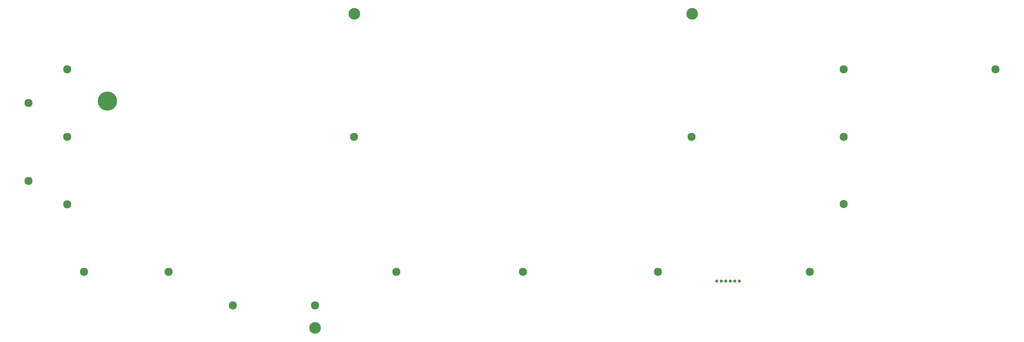
<source format=gts>
%TF.GenerationSoftware,KiCad,Pcbnew,(5.1.10-1-10_14)*%
%TF.CreationDate,2021-05-27T15:54:42+09:00*%
%TF.ProjectId,keyplate,6b657970-6c61-4746-952e-6b696361645f,rev?*%
%TF.SameCoordinates,Original*%
%TF.FileFunction,Soldermask,Top*%
%TF.FilePolarity,Negative*%
%FSLAX46Y46*%
G04 Gerber Fmt 4.6, Leading zero omitted, Abs format (unit mm)*
G04 Created by KiCad (PCBNEW (5.1.10-1-10_14)) date 2021-05-27 15:54:42*
%MOMM*%
%LPD*%
G01*
G04 APERTURE LIST*
%ADD10C,3.300000*%
%ADD11C,0.887400*%
%ADD12C,2.300000*%
%ADD13C,5.400000*%
G04 APERTURE END LIST*
D10*
%TO.C,REF\u002A\u002A*%
X124250000Y-92450000D03*
%TD*%
%TO.C,REF\u002A\u002A*%
X230650000Y-3800000D03*
%TD*%
%TO.C,REF\u002A\u002A*%
X135350000Y-3800000D03*
%TD*%
D11*
%TO.C,REF\u002A\u002A*%
X243965000Y-79175000D03*
X242715000Y-79175000D03*
X241445000Y-79175000D03*
X237635000Y-79175000D03*
X238905000Y-79175000D03*
X240175000Y-79175000D03*
%TD*%
D12*
%TO.C,REF\u002A\u002A*%
X147180000Y-76570000D03*
%TD*%
%TO.C,REF\u002A\u002A*%
X43380000Y-50920000D03*
%TD*%
%TO.C,REF\u002A\u002A*%
X135280000Y-38470000D03*
%TD*%
%TO.C,REF\u002A\u002A*%
X54300000Y-19420000D03*
%TD*%
%TO.C,REF\u002A\u002A*%
X43380000Y-28950000D03*
%TD*%
%TO.C,REF\u002A\u002A*%
X54300000Y-38480000D03*
%TD*%
%TO.C,REF\u002A\u002A*%
X54300000Y-57510000D03*
%TD*%
%TO.C,REF\u002A\u002A*%
X59070000Y-76560000D03*
%TD*%
%TO.C,REF\u002A\u002A*%
X82890000Y-76560000D03*
%TD*%
%TO.C,REF\u002A\u002A*%
X101030000Y-86080000D03*
%TD*%
%TO.C,REF\u002A\u002A*%
X124230000Y-86080000D03*
%TD*%
%TO.C,REF\u002A\u002A*%
X230520000Y-38470000D03*
%TD*%
%TO.C,REF\u002A\u002A*%
X182900000Y-76570000D03*
%TD*%
%TO.C,REF\u002A\u002A*%
X221010000Y-76570000D03*
%TD*%
%TO.C,REF\u002A\u002A*%
X263860000Y-76560000D03*
%TD*%
%TO.C,REF\u002A\u002A*%
X273390000Y-57490000D03*
%TD*%
%TO.C,REF\u002A\u002A*%
X273400000Y-38475000D03*
%TD*%
%TO.C,REF\u002A\u002A*%
X273400000Y-19425000D03*
%TD*%
%TO.C,REF\u002A\u002A*%
X316275000Y-19425000D03*
%TD*%
D13*
%TO.C,REF\u002A\u002A*%
X65675000Y-28400000D03*
%TD*%
M02*

</source>
